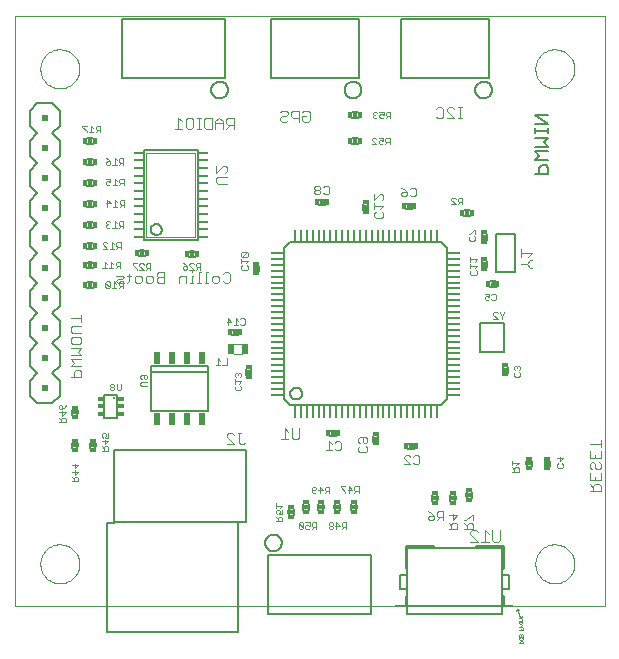
<source format=gbo>
G75*
G70*
%OFA0B0*%
%FSLAX24Y24*%
%IPPOS*%
%LPD*%
%AMOC8*
5,1,8,0,0,1.08239X$1,22.5*
%
%ADD10C,0.0000*%
%ADD11C,0.0030*%
%ADD12C,0.0040*%
%ADD13R,0.0197X0.0374*%
%ADD14C,0.0020*%
%ADD15C,0.0060*%
%ADD16C,0.0160*%
%ADD17R,0.0118X0.0236*%
%ADD18R,0.0160X0.0280*%
%ADD19R,0.0330X0.0080*%
%ADD20C,0.0080*%
%ADD21R,0.0433X0.0087*%
%ADD22R,0.0087X0.0433*%
%ADD23R,0.0236X0.0118*%
%ADD24R,0.0280X0.0160*%
%ADD25C,0.0050*%
%ADD26R,0.0200X0.0200*%
%ADD27C,0.0118*%
%ADD28R,0.0197X0.0118*%
%ADD29R,0.0193X0.0433*%
%ADD30C,0.0031*%
%ADD31C,0.0100*%
%ADD32C,0.0010*%
D10*
X000550Y002890D02*
X000550Y022560D01*
X020220Y022560D01*
X020220Y002890D01*
X000550Y002890D01*
X001400Y004290D02*
X001402Y004340D01*
X001408Y004390D01*
X001418Y004440D01*
X001431Y004488D01*
X001448Y004536D01*
X001469Y004582D01*
X001493Y004626D01*
X001521Y004668D01*
X001552Y004708D01*
X001586Y004745D01*
X001623Y004780D01*
X001662Y004811D01*
X001703Y004840D01*
X001747Y004865D01*
X001793Y004887D01*
X001840Y004905D01*
X001888Y004919D01*
X001937Y004930D01*
X001987Y004937D01*
X002037Y004940D01*
X002088Y004939D01*
X002138Y004934D01*
X002188Y004925D01*
X002236Y004913D01*
X002284Y004896D01*
X002330Y004876D01*
X002375Y004853D01*
X002418Y004826D01*
X002458Y004796D01*
X002496Y004763D01*
X002531Y004727D01*
X002564Y004688D01*
X002593Y004647D01*
X002619Y004604D01*
X002642Y004559D01*
X002661Y004512D01*
X002676Y004464D01*
X002688Y004415D01*
X002696Y004365D01*
X002700Y004315D01*
X002700Y004265D01*
X002696Y004215D01*
X002688Y004165D01*
X002676Y004116D01*
X002661Y004068D01*
X002642Y004021D01*
X002619Y003976D01*
X002593Y003933D01*
X002564Y003892D01*
X002531Y003853D01*
X002496Y003817D01*
X002458Y003784D01*
X002418Y003754D01*
X002375Y003727D01*
X002330Y003704D01*
X002284Y003684D01*
X002236Y003667D01*
X002188Y003655D01*
X002138Y003646D01*
X002088Y003641D01*
X002037Y003640D01*
X001987Y003643D01*
X001937Y003650D01*
X001888Y003661D01*
X001840Y003675D01*
X001793Y003693D01*
X001747Y003715D01*
X001703Y003740D01*
X001662Y003769D01*
X001623Y003800D01*
X001586Y003835D01*
X001552Y003872D01*
X001521Y003912D01*
X001493Y003954D01*
X001469Y003998D01*
X001448Y004044D01*
X001431Y004092D01*
X001418Y004140D01*
X001408Y004190D01*
X001402Y004240D01*
X001400Y004290D01*
X001400Y020790D02*
X001402Y020840D01*
X001408Y020890D01*
X001418Y020940D01*
X001431Y020988D01*
X001448Y021036D01*
X001469Y021082D01*
X001493Y021126D01*
X001521Y021168D01*
X001552Y021208D01*
X001586Y021245D01*
X001623Y021280D01*
X001662Y021311D01*
X001703Y021340D01*
X001747Y021365D01*
X001793Y021387D01*
X001840Y021405D01*
X001888Y021419D01*
X001937Y021430D01*
X001987Y021437D01*
X002037Y021440D01*
X002088Y021439D01*
X002138Y021434D01*
X002188Y021425D01*
X002236Y021413D01*
X002284Y021396D01*
X002330Y021376D01*
X002375Y021353D01*
X002418Y021326D01*
X002458Y021296D01*
X002496Y021263D01*
X002531Y021227D01*
X002564Y021188D01*
X002593Y021147D01*
X002619Y021104D01*
X002642Y021059D01*
X002661Y021012D01*
X002676Y020964D01*
X002688Y020915D01*
X002696Y020865D01*
X002700Y020815D01*
X002700Y020765D01*
X002696Y020715D01*
X002688Y020665D01*
X002676Y020616D01*
X002661Y020568D01*
X002642Y020521D01*
X002619Y020476D01*
X002593Y020433D01*
X002564Y020392D01*
X002531Y020353D01*
X002496Y020317D01*
X002458Y020284D01*
X002418Y020254D01*
X002375Y020227D01*
X002330Y020204D01*
X002284Y020184D01*
X002236Y020167D01*
X002188Y020155D01*
X002138Y020146D01*
X002088Y020141D01*
X002037Y020140D01*
X001987Y020143D01*
X001937Y020150D01*
X001888Y020161D01*
X001840Y020175D01*
X001793Y020193D01*
X001747Y020215D01*
X001703Y020240D01*
X001662Y020269D01*
X001623Y020300D01*
X001586Y020335D01*
X001552Y020372D01*
X001521Y020412D01*
X001493Y020454D01*
X001469Y020498D01*
X001448Y020544D01*
X001431Y020592D01*
X001418Y020640D01*
X001408Y020690D01*
X001402Y020740D01*
X001400Y020790D01*
X017900Y020790D02*
X017902Y020840D01*
X017908Y020890D01*
X017918Y020940D01*
X017931Y020988D01*
X017948Y021036D01*
X017969Y021082D01*
X017993Y021126D01*
X018021Y021168D01*
X018052Y021208D01*
X018086Y021245D01*
X018123Y021280D01*
X018162Y021311D01*
X018203Y021340D01*
X018247Y021365D01*
X018293Y021387D01*
X018340Y021405D01*
X018388Y021419D01*
X018437Y021430D01*
X018487Y021437D01*
X018537Y021440D01*
X018588Y021439D01*
X018638Y021434D01*
X018688Y021425D01*
X018736Y021413D01*
X018784Y021396D01*
X018830Y021376D01*
X018875Y021353D01*
X018918Y021326D01*
X018958Y021296D01*
X018996Y021263D01*
X019031Y021227D01*
X019064Y021188D01*
X019093Y021147D01*
X019119Y021104D01*
X019142Y021059D01*
X019161Y021012D01*
X019176Y020964D01*
X019188Y020915D01*
X019196Y020865D01*
X019200Y020815D01*
X019200Y020765D01*
X019196Y020715D01*
X019188Y020665D01*
X019176Y020616D01*
X019161Y020568D01*
X019142Y020521D01*
X019119Y020476D01*
X019093Y020433D01*
X019064Y020392D01*
X019031Y020353D01*
X018996Y020317D01*
X018958Y020284D01*
X018918Y020254D01*
X018875Y020227D01*
X018830Y020204D01*
X018784Y020184D01*
X018736Y020167D01*
X018688Y020155D01*
X018638Y020146D01*
X018588Y020141D01*
X018537Y020140D01*
X018487Y020143D01*
X018437Y020150D01*
X018388Y020161D01*
X018340Y020175D01*
X018293Y020193D01*
X018247Y020215D01*
X018203Y020240D01*
X018162Y020269D01*
X018123Y020300D01*
X018086Y020335D01*
X018052Y020372D01*
X018021Y020412D01*
X017993Y020454D01*
X017969Y020498D01*
X017948Y020544D01*
X017931Y020592D01*
X017918Y020640D01*
X017908Y020690D01*
X017902Y020740D01*
X017900Y020790D01*
X017900Y004290D02*
X017902Y004340D01*
X017908Y004390D01*
X017918Y004440D01*
X017931Y004488D01*
X017948Y004536D01*
X017969Y004582D01*
X017993Y004626D01*
X018021Y004668D01*
X018052Y004708D01*
X018086Y004745D01*
X018123Y004780D01*
X018162Y004811D01*
X018203Y004840D01*
X018247Y004865D01*
X018293Y004887D01*
X018340Y004905D01*
X018388Y004919D01*
X018437Y004930D01*
X018487Y004937D01*
X018537Y004940D01*
X018588Y004939D01*
X018638Y004934D01*
X018688Y004925D01*
X018736Y004913D01*
X018784Y004896D01*
X018830Y004876D01*
X018875Y004853D01*
X018918Y004826D01*
X018958Y004796D01*
X018996Y004763D01*
X019031Y004727D01*
X019064Y004688D01*
X019093Y004647D01*
X019119Y004604D01*
X019142Y004559D01*
X019161Y004512D01*
X019176Y004464D01*
X019188Y004415D01*
X019196Y004365D01*
X019200Y004315D01*
X019200Y004265D01*
X019196Y004215D01*
X019188Y004165D01*
X019176Y004116D01*
X019161Y004068D01*
X019142Y004021D01*
X019119Y003976D01*
X019093Y003933D01*
X019064Y003892D01*
X019031Y003853D01*
X018996Y003817D01*
X018958Y003784D01*
X018918Y003754D01*
X018875Y003727D01*
X018830Y003704D01*
X018784Y003684D01*
X018736Y003667D01*
X018688Y003655D01*
X018638Y003646D01*
X018588Y003641D01*
X018537Y003640D01*
X018487Y003643D01*
X018437Y003650D01*
X018388Y003661D01*
X018340Y003675D01*
X018293Y003693D01*
X018247Y003715D01*
X018203Y003740D01*
X018162Y003769D01*
X018123Y003800D01*
X018086Y003835D01*
X018052Y003872D01*
X018021Y003912D01*
X017993Y003954D01*
X017969Y003998D01*
X017948Y004044D01*
X017931Y004092D01*
X017918Y004140D01*
X017908Y004190D01*
X017902Y004240D01*
X017900Y004290D01*
D11*
X016715Y005097D02*
X016715Y005405D01*
X016468Y005405D02*
X016468Y005097D01*
X016530Y005035D01*
X016653Y005035D01*
X016715Y005097D01*
X016347Y005035D02*
X016100Y005035D01*
X015978Y005035D02*
X015731Y005282D01*
X015731Y005344D01*
X015793Y005405D01*
X015917Y005405D01*
X015978Y005344D01*
X015830Y005446D02*
X015830Y005591D01*
X015782Y005639D01*
X015685Y005639D01*
X015637Y005591D01*
X015637Y005446D01*
X015637Y005542D02*
X015540Y005639D01*
X015540Y005740D02*
X015588Y005740D01*
X015782Y005934D01*
X015830Y005934D01*
X015830Y005740D01*
X015830Y005446D02*
X015540Y005446D01*
X015300Y005466D02*
X015300Y005611D01*
X015252Y005659D01*
X015155Y005659D01*
X015107Y005611D01*
X015107Y005466D01*
X015107Y005562D02*
X015010Y005659D01*
X015155Y005760D02*
X015155Y005954D01*
X015010Y005905D02*
X015300Y005905D01*
X015155Y005760D01*
X015010Y005466D02*
X015300Y005466D01*
X014814Y005750D02*
X014814Y006040D01*
X014669Y006040D01*
X014621Y005992D01*
X014621Y005895D01*
X014669Y005847D01*
X014814Y005847D01*
X014718Y005847D02*
X014621Y005750D01*
X014520Y005798D02*
X014471Y005750D01*
X014375Y005750D01*
X014326Y005798D01*
X014326Y005847D01*
X014375Y005895D01*
X014520Y005895D01*
X014520Y005798D01*
X014520Y005895D02*
X014423Y005992D01*
X014326Y006040D01*
X015731Y005035D02*
X015978Y005035D01*
X016223Y005035D02*
X016223Y005405D01*
X016347Y005282D01*
X014025Y007663D02*
X013977Y007615D01*
X013880Y007615D01*
X013832Y007663D01*
X013730Y007615D02*
X013537Y007808D01*
X013537Y007857D01*
X013585Y007905D01*
X013682Y007905D01*
X013730Y007857D01*
X013832Y007857D02*
X013880Y007905D01*
X013977Y007905D01*
X014025Y007857D01*
X014025Y007663D01*
X013730Y007615D02*
X013537Y007615D01*
X012295Y008069D02*
X012247Y008021D01*
X012053Y008021D01*
X012005Y008069D01*
X012005Y008166D01*
X012053Y008214D01*
X012053Y008315D02*
X012005Y008364D01*
X012005Y008460D01*
X012053Y008509D01*
X012247Y008509D01*
X012295Y008460D01*
X012295Y008364D01*
X012247Y008315D01*
X012198Y008315D01*
X012150Y008364D01*
X012150Y008509D01*
X012247Y008214D02*
X012295Y008166D01*
X012295Y008069D01*
X011415Y008128D02*
X011367Y008080D01*
X011270Y008080D01*
X011222Y008128D01*
X011120Y008080D02*
X010927Y008080D01*
X011024Y008080D02*
X011024Y008370D01*
X011120Y008273D01*
X011222Y008322D02*
X011270Y008370D01*
X011367Y008370D01*
X011415Y008322D01*
X011415Y008128D01*
X010036Y008500D02*
X009974Y008439D01*
X009851Y008439D01*
X009789Y008500D01*
X009789Y008809D01*
X009668Y008686D02*
X009544Y008809D01*
X009544Y008439D01*
X009421Y008439D02*
X009668Y008439D01*
X010036Y008500D02*
X010036Y008809D01*
X008223Y008332D02*
X008161Y008270D01*
X008099Y008270D01*
X008038Y008332D01*
X008038Y008640D01*
X008099Y008640D02*
X007976Y008640D01*
X007855Y008579D02*
X007793Y008640D01*
X007669Y008640D01*
X007608Y008579D01*
X007608Y008517D01*
X007855Y008270D01*
X007608Y008270D01*
X007550Y013655D02*
X007488Y013717D01*
X007550Y013655D02*
X007673Y013655D01*
X007735Y013717D01*
X007735Y013964D01*
X007673Y014025D01*
X007550Y014025D01*
X007488Y013964D01*
X007367Y013840D02*
X007367Y013717D01*
X007305Y013655D01*
X007182Y013655D01*
X007120Y013717D01*
X007120Y013840D01*
X007182Y013902D01*
X007305Y013902D01*
X007367Y013840D01*
X006998Y013655D02*
X006875Y013655D01*
X006937Y013655D02*
X006937Y014025D01*
X006998Y014025D01*
X006753Y014025D02*
X006691Y014025D01*
X006691Y013655D01*
X006753Y013655D02*
X006629Y013655D01*
X006507Y013655D02*
X006384Y013655D01*
X006446Y013655D02*
X006446Y013902D01*
X006507Y013902D01*
X006446Y014025D02*
X006446Y014087D01*
X006262Y013902D02*
X006077Y013902D01*
X006015Y013840D01*
X006015Y013655D01*
X006262Y013655D02*
X006262Y013902D01*
X005525Y013840D02*
X005340Y013840D01*
X005278Y013778D01*
X005278Y013717D01*
X005340Y013655D01*
X005525Y013655D01*
X005525Y014025D01*
X005340Y014025D01*
X005278Y013964D01*
X005278Y013902D01*
X005340Y013840D01*
X005157Y013840D02*
X005157Y013717D01*
X005095Y013655D01*
X004972Y013655D01*
X004910Y013717D01*
X004910Y013840D01*
X004972Y013902D01*
X005095Y013902D01*
X005157Y013840D01*
X004788Y013840D02*
X004788Y013717D01*
X004727Y013655D01*
X004603Y013655D01*
X004542Y013717D01*
X004542Y013840D01*
X004603Y013902D01*
X004727Y013902D01*
X004788Y013840D01*
X004420Y013902D02*
X004297Y013902D01*
X004358Y013964D02*
X004358Y013717D01*
X004297Y013655D01*
X004175Y013655D02*
X003989Y013655D01*
X003928Y013717D01*
X003989Y013778D01*
X004113Y013778D01*
X004175Y013840D01*
X004113Y013902D01*
X003928Y013902D01*
X005882Y018798D02*
X006128Y018798D01*
X006005Y018798D02*
X006005Y019168D01*
X006128Y019045D01*
X006250Y019107D02*
X006250Y018860D01*
X006312Y018798D01*
X006435Y018798D01*
X006497Y018860D01*
X006497Y019107D01*
X006435Y019168D01*
X006312Y019168D01*
X006250Y019107D01*
X006619Y019168D02*
X006742Y019168D01*
X006681Y019168D02*
X006681Y018798D01*
X006742Y018798D02*
X006619Y018798D01*
X006864Y018860D02*
X006864Y019107D01*
X006925Y019168D01*
X007111Y019168D01*
X007111Y018798D01*
X006925Y018798D01*
X006864Y018860D01*
X007232Y018798D02*
X007232Y019045D01*
X007356Y019168D01*
X007479Y019045D01*
X007479Y018798D01*
X007600Y018798D02*
X007724Y018922D01*
X007662Y018922D02*
X007847Y018922D01*
X007847Y018798D02*
X007847Y019168D01*
X007662Y019168D01*
X007600Y019107D01*
X007600Y018983D01*
X007662Y018922D01*
X007479Y018983D02*
X007232Y018983D01*
X009404Y019090D02*
X009465Y019028D01*
X009589Y019028D01*
X009651Y019090D01*
X009589Y019213D02*
X009465Y019213D01*
X009404Y019152D01*
X009404Y019090D01*
X009589Y019213D02*
X009651Y019275D01*
X009651Y019337D01*
X009589Y019398D01*
X009465Y019398D01*
X009404Y019337D01*
X009772Y019337D02*
X009772Y019213D01*
X009834Y019152D01*
X010019Y019152D01*
X010019Y019028D02*
X010019Y019398D01*
X009834Y019398D01*
X009772Y019337D01*
X010140Y019337D02*
X010202Y019398D01*
X010326Y019398D01*
X010387Y019337D01*
X010387Y019090D01*
X010326Y019028D01*
X010202Y019028D01*
X010140Y019090D01*
X010140Y019213D01*
X010264Y019213D01*
X010585Y016900D02*
X010537Y016852D01*
X010537Y016803D01*
X010585Y016755D01*
X010682Y016755D01*
X010730Y016803D01*
X010730Y016852D01*
X010682Y016900D01*
X010585Y016900D01*
X010585Y016755D02*
X010537Y016707D01*
X010537Y016658D01*
X010585Y016610D01*
X010682Y016610D01*
X010730Y016658D01*
X010730Y016707D01*
X010682Y016755D01*
X010832Y016658D02*
X010880Y016610D01*
X010977Y016610D01*
X011025Y016658D01*
X011025Y016852D01*
X010977Y016900D01*
X010880Y016900D01*
X010832Y016852D01*
X012540Y016608D02*
X012540Y016414D01*
X012733Y016608D01*
X012782Y016608D01*
X012830Y016559D01*
X012830Y016463D01*
X012782Y016414D01*
X012830Y016216D02*
X012540Y016216D01*
X012540Y016120D02*
X012540Y016313D01*
X012733Y016120D02*
X012830Y016216D01*
X012782Y016018D02*
X012830Y015970D01*
X012830Y015873D01*
X012782Y015825D01*
X012588Y015825D01*
X012540Y015873D01*
X012540Y015970D01*
X012588Y016018D01*
X013427Y016588D02*
X013475Y016540D01*
X013572Y016540D01*
X013620Y016588D01*
X013620Y016685D01*
X013475Y016685D01*
X013427Y016637D01*
X013427Y016588D01*
X013524Y016782D02*
X013620Y016685D01*
X013524Y016782D02*
X013427Y016830D01*
X013722Y016782D02*
X013770Y016830D01*
X013867Y016830D01*
X013915Y016782D01*
X013915Y016588D01*
X013867Y016540D01*
X013770Y016540D01*
X013722Y016588D01*
X014648Y019138D02*
X014587Y019200D01*
X014648Y019138D02*
X014772Y019138D01*
X014833Y019200D01*
X014833Y019447D01*
X014772Y019508D01*
X014648Y019508D01*
X014587Y019447D01*
X014955Y019447D02*
X015017Y019508D01*
X015140Y019508D01*
X015202Y019447D01*
X015324Y019508D02*
X015447Y019508D01*
X015386Y019508D02*
X015386Y019138D01*
X015447Y019138D02*
X015324Y019138D01*
X015202Y019138D02*
X014955Y019385D01*
X014955Y019447D01*
X014955Y019138D02*
X015202Y019138D01*
X017426Y014780D02*
X017426Y014533D01*
X017426Y014657D02*
X017796Y014657D01*
X017673Y014533D01*
X017735Y014412D02*
X017796Y014412D01*
X017735Y014412D02*
X017611Y014289D01*
X017426Y014289D01*
X017611Y014289D02*
X017735Y014165D01*
X017796Y014165D01*
X020085Y008425D02*
X020085Y008178D01*
X020085Y008057D02*
X020085Y007810D01*
X019715Y007810D01*
X019715Y008057D01*
X019900Y007933D02*
X019900Y007810D01*
X019838Y007689D02*
X019777Y007689D01*
X019715Y007627D01*
X019715Y007503D01*
X019777Y007442D01*
X019715Y007320D02*
X019715Y007073D01*
X020085Y007073D01*
X020085Y007320D01*
X020024Y007442D02*
X019962Y007442D01*
X019900Y007503D01*
X019900Y007627D01*
X019838Y007689D01*
X020024Y007689D02*
X020085Y007627D01*
X020085Y007503D01*
X020024Y007442D01*
X019900Y007197D02*
X019900Y007073D01*
X019900Y006952D02*
X019838Y006890D01*
X019838Y006705D01*
X019715Y006705D02*
X020085Y006705D01*
X020085Y006890D01*
X020024Y006952D01*
X019900Y006952D01*
X019838Y006828D02*
X019715Y006952D01*
X019715Y008302D02*
X020085Y008302D01*
D12*
X008140Y011275D02*
X007860Y011275D01*
X007860Y011610D02*
X008140Y011610D01*
X007622Y016960D02*
X007322Y016960D01*
X007262Y017020D01*
X007262Y017140D01*
X007322Y017200D01*
X007622Y017200D01*
X007562Y017328D02*
X007622Y017388D01*
X007622Y017508D01*
X007562Y017569D01*
X007502Y017569D01*
X007262Y017328D01*
X007262Y017569D01*
X002770Y012592D02*
X002770Y012352D01*
X002770Y012472D02*
X002410Y012472D01*
X002470Y012223D02*
X002410Y012163D01*
X002410Y012043D01*
X002470Y011983D01*
X002770Y011983D01*
X002710Y011855D02*
X002770Y011795D01*
X002770Y011675D01*
X002710Y011615D01*
X002470Y011615D01*
X002410Y011675D01*
X002410Y011795D01*
X002470Y011855D01*
X002710Y011855D01*
X002770Y012223D02*
X002470Y012223D01*
X002410Y011487D02*
X002770Y011487D01*
X002650Y011367D01*
X002770Y011247D01*
X002410Y011247D01*
X002410Y011119D02*
X002770Y011119D01*
X002770Y010878D02*
X002410Y010878D01*
X002530Y010998D01*
X002410Y011119D01*
X002590Y010750D02*
X002530Y010690D01*
X002530Y010510D01*
X002410Y010510D02*
X002770Y010510D01*
X002770Y010690D01*
X002710Y010750D01*
X002590Y010750D01*
D13*
X007772Y011442D03*
X008232Y011442D03*
D14*
X007620Y011140D02*
X007620Y010920D01*
X007473Y010920D01*
X007399Y010920D02*
X007252Y010920D01*
X007326Y010920D02*
X007326Y011140D01*
X007399Y011067D01*
X007885Y010629D02*
X007885Y010556D01*
X007922Y010519D01*
X007885Y010445D02*
X007885Y010298D01*
X007885Y010371D02*
X008105Y010371D01*
X008032Y010298D01*
X008068Y010224D02*
X008105Y010187D01*
X008105Y010114D01*
X008068Y010077D01*
X007922Y010077D01*
X007885Y010114D01*
X007885Y010187D01*
X007922Y010224D01*
X008068Y010519D02*
X008105Y010556D01*
X008105Y010629D01*
X008068Y010666D01*
X008032Y010666D01*
X007995Y010629D01*
X007958Y010666D01*
X007922Y010666D01*
X007885Y010629D01*
X007995Y010629D02*
X007995Y010592D01*
X007989Y012255D02*
X007842Y012255D01*
X007916Y012255D02*
X007916Y012475D01*
X007989Y012402D01*
X008063Y012438D02*
X008100Y012475D01*
X008173Y012475D01*
X008210Y012438D01*
X008210Y012292D01*
X008173Y012255D01*
X008100Y012255D01*
X008063Y012292D01*
X007768Y012365D02*
X007621Y012365D01*
X007658Y012255D02*
X007658Y012475D01*
X007768Y012365D01*
X008132Y014090D02*
X008095Y014127D01*
X008095Y014200D01*
X008132Y014237D01*
X008095Y014311D02*
X008095Y014458D01*
X008095Y014384D02*
X008315Y014384D01*
X008242Y014311D01*
X008278Y014237D02*
X008315Y014200D01*
X008315Y014127D01*
X008278Y014090D01*
X008132Y014090D01*
X008132Y014532D02*
X008278Y014679D01*
X008132Y014679D01*
X008095Y014642D01*
X008095Y014569D01*
X008132Y014532D01*
X008278Y014532D01*
X008315Y014569D01*
X008315Y014642D01*
X008278Y014679D01*
X006740Y014320D02*
X006740Y014100D01*
X006740Y014173D02*
X006630Y014173D01*
X006593Y014210D01*
X006593Y014283D01*
X006630Y014320D01*
X006740Y014320D01*
X006667Y014173D02*
X006593Y014100D01*
X006519Y014100D02*
X006372Y014247D01*
X006372Y014283D01*
X006409Y014320D01*
X006482Y014320D01*
X006519Y014283D01*
X006519Y014100D02*
X006372Y014100D01*
X006298Y014137D02*
X006261Y014100D01*
X006188Y014100D01*
X006151Y014137D01*
X006151Y014173D01*
X006188Y014210D01*
X006298Y014210D01*
X006298Y014137D01*
X006298Y014210D02*
X006225Y014283D01*
X006151Y014320D01*
X006559Y015178D02*
X004941Y015178D01*
X004941Y018002D01*
X006559Y018002D01*
X006559Y015178D01*
X005070Y014305D02*
X005070Y014085D01*
X005070Y014158D02*
X004960Y014158D01*
X004923Y014195D01*
X004923Y014268D01*
X004960Y014305D01*
X005070Y014305D01*
X004997Y014158D02*
X004923Y014085D01*
X004849Y014085D02*
X004702Y014232D01*
X004702Y014268D01*
X004739Y014305D01*
X004812Y014305D01*
X004849Y014268D01*
X004849Y014085D02*
X004702Y014085D01*
X004628Y014085D02*
X004628Y014122D01*
X004481Y014268D01*
X004481Y014305D01*
X004628Y014305D01*
X004060Y014365D02*
X004060Y014145D01*
X004060Y014218D02*
X003950Y014218D01*
X003913Y014255D01*
X003913Y014328D01*
X003950Y014365D01*
X004060Y014365D01*
X003987Y014218D02*
X003913Y014145D01*
X003839Y014145D02*
X003692Y014145D01*
X003766Y014145D02*
X003766Y014365D01*
X003839Y014292D01*
X003618Y014292D02*
X003545Y014365D01*
X003545Y014145D01*
X003618Y014145D02*
X003471Y014145D01*
X003608Y013705D02*
X003571Y013668D01*
X003718Y013522D01*
X003681Y013485D01*
X003608Y013485D01*
X003571Y013522D01*
X003571Y013668D01*
X003608Y013705D02*
X003681Y013705D01*
X003718Y013668D01*
X003718Y013522D01*
X003792Y013485D02*
X003939Y013485D01*
X003866Y013485D02*
X003866Y013705D01*
X003939Y013632D01*
X004013Y013668D02*
X004013Y013595D01*
X004050Y013558D01*
X004160Y013558D01*
X004160Y013485D02*
X004160Y013705D01*
X004050Y013705D01*
X004013Y013668D01*
X004087Y013558D02*
X004013Y013485D01*
X004080Y014795D02*
X004080Y015015D01*
X003970Y015015D01*
X003933Y014978D01*
X003933Y014905D01*
X003970Y014868D01*
X004080Y014868D01*
X004007Y014868D02*
X003933Y014795D01*
X003859Y014795D02*
X003712Y014795D01*
X003786Y014795D02*
X003786Y015015D01*
X003859Y014942D01*
X003638Y014978D02*
X003601Y015015D01*
X003528Y015015D01*
X003491Y014978D01*
X003491Y014942D01*
X003638Y014795D01*
X003491Y014795D01*
X003618Y015495D02*
X003691Y015495D01*
X003728Y015532D01*
X003802Y015495D02*
X003949Y015495D01*
X003876Y015495D02*
X003876Y015715D01*
X003949Y015642D01*
X004023Y015678D02*
X004023Y015605D01*
X004060Y015568D01*
X004170Y015568D01*
X004170Y015495D02*
X004170Y015715D01*
X004060Y015715D01*
X004023Y015678D01*
X004097Y015568D02*
X004023Y015495D01*
X003728Y015678D02*
X003691Y015715D01*
X003618Y015715D01*
X003581Y015678D01*
X003581Y015642D01*
X003618Y015605D01*
X003581Y015568D01*
X003581Y015532D01*
X003618Y015495D01*
X003618Y015605D02*
X003655Y015605D01*
X003638Y016195D02*
X003638Y016415D01*
X003748Y016305D01*
X003601Y016305D01*
X003822Y016195D02*
X003969Y016195D01*
X003896Y016195D02*
X003896Y016415D01*
X003969Y016342D01*
X004043Y016378D02*
X004043Y016305D01*
X004080Y016268D01*
X004190Y016268D01*
X004190Y016195D02*
X004190Y016415D01*
X004080Y016415D01*
X004043Y016378D01*
X004117Y016268D02*
X004043Y016195D01*
X004033Y016915D02*
X004107Y016988D01*
X004070Y016988D02*
X004180Y016988D01*
X004180Y016915D02*
X004180Y017135D01*
X004070Y017135D01*
X004033Y017098D01*
X004033Y017025D01*
X004070Y016988D01*
X003959Y016915D02*
X003812Y016915D01*
X003886Y016915D02*
X003886Y017135D01*
X003959Y017062D01*
X003738Y017025D02*
X003665Y017062D01*
X003628Y017062D01*
X003591Y017025D01*
X003591Y016952D01*
X003628Y016915D01*
X003701Y016915D01*
X003738Y016952D01*
X003738Y017025D02*
X003738Y017135D01*
X003591Y017135D01*
X003618Y017595D02*
X003581Y017632D01*
X003581Y017668D01*
X003618Y017705D01*
X003728Y017705D01*
X003728Y017632D01*
X003691Y017595D01*
X003618Y017595D01*
X003728Y017705D02*
X003655Y017778D01*
X003581Y017815D01*
X003876Y017815D02*
X003876Y017595D01*
X003949Y017595D02*
X003802Y017595D01*
X003949Y017742D02*
X003876Y017815D01*
X004023Y017778D02*
X004023Y017705D01*
X004060Y017668D01*
X004170Y017668D01*
X004170Y017595D02*
X004170Y017815D01*
X004060Y017815D01*
X004023Y017778D01*
X004097Y017668D02*
X004023Y017595D01*
X003390Y018675D02*
X003390Y018895D01*
X003280Y018895D01*
X003243Y018858D01*
X003243Y018785D01*
X003280Y018748D01*
X003390Y018748D01*
X003317Y018748D02*
X003243Y018675D01*
X003169Y018675D02*
X003022Y018675D01*
X003096Y018675D02*
X003096Y018895D01*
X003169Y018822D01*
X002948Y018895D02*
X002801Y018895D01*
X002801Y018858D01*
X002948Y018712D01*
X002948Y018675D01*
X004777Y010586D02*
X004923Y010586D01*
X004960Y010549D01*
X004960Y010476D01*
X004923Y010439D01*
X004887Y010439D01*
X004850Y010476D01*
X004850Y010586D01*
X004777Y010586D02*
X004740Y010549D01*
X004740Y010476D01*
X004777Y010439D01*
X004777Y010365D02*
X004960Y010365D01*
X004960Y010218D02*
X004777Y010218D01*
X004740Y010255D01*
X004740Y010328D01*
X004777Y010365D01*
X004093Y010301D02*
X004093Y010118D01*
X004056Y010081D01*
X003983Y010081D01*
X003946Y010118D01*
X003946Y010301D01*
X003872Y010264D02*
X003872Y010228D01*
X003835Y010191D01*
X003762Y010191D01*
X003725Y010154D01*
X003725Y010118D01*
X003762Y010081D01*
X003835Y010081D01*
X003872Y010118D01*
X003872Y010154D01*
X003835Y010191D01*
X003762Y010191D02*
X003725Y010228D01*
X003725Y010264D01*
X003762Y010301D01*
X003835Y010301D01*
X003872Y010264D01*
X003665Y008649D02*
X003665Y008502D01*
X003555Y008502D01*
X003592Y008575D01*
X003592Y008612D01*
X003555Y008649D01*
X003482Y008649D01*
X003445Y008612D01*
X003445Y008539D01*
X003482Y008502D01*
X003555Y008428D02*
X003555Y008281D01*
X003665Y008391D01*
X003445Y008391D01*
X003445Y008207D02*
X003518Y008133D01*
X003518Y008170D02*
X003518Y008060D01*
X003445Y008060D02*
X003665Y008060D01*
X003665Y008170D01*
X003628Y008207D01*
X003555Y008207D01*
X003518Y008170D01*
X002665Y007589D02*
X002555Y007479D01*
X002555Y007626D01*
X002445Y007589D02*
X002665Y007589D01*
X002555Y007405D02*
X002555Y007258D01*
X002665Y007368D01*
X002445Y007368D01*
X002445Y007184D02*
X002518Y007110D01*
X002518Y007147D02*
X002518Y007037D01*
X002445Y007037D02*
X002665Y007037D01*
X002665Y007147D01*
X002628Y007184D01*
X002555Y007184D01*
X002518Y007147D01*
X002245Y009010D02*
X002025Y009010D01*
X002098Y009010D02*
X002098Y009120D01*
X002135Y009157D01*
X002208Y009157D01*
X002245Y009120D01*
X002245Y009010D01*
X002098Y009083D02*
X002025Y009157D01*
X002135Y009231D02*
X002135Y009378D01*
X002135Y009452D02*
X002135Y009562D01*
X002098Y009599D01*
X002062Y009599D01*
X002025Y009562D01*
X002025Y009489D01*
X002062Y009452D01*
X002135Y009452D01*
X002208Y009525D01*
X002245Y009599D01*
X002245Y009341D02*
X002025Y009341D01*
X002135Y009231D02*
X002245Y009341D01*
X009245Y006309D02*
X009245Y006162D01*
X009245Y006235D02*
X009465Y006235D01*
X009392Y006162D01*
X009355Y006088D02*
X009282Y006088D01*
X009245Y006051D01*
X009245Y005978D01*
X009282Y005941D01*
X009355Y005941D02*
X009392Y006014D01*
X009392Y006051D01*
X009355Y006088D01*
X009465Y006088D02*
X009465Y005941D01*
X009355Y005941D01*
X009355Y005867D02*
X009318Y005830D01*
X009318Y005720D01*
X009245Y005720D02*
X009465Y005720D01*
X009465Y005830D01*
X009428Y005867D01*
X009355Y005867D01*
X009318Y005793D02*
X009245Y005867D01*
X010011Y005638D02*
X010158Y005492D01*
X010121Y005455D01*
X010048Y005455D01*
X010011Y005492D01*
X010011Y005638D01*
X010048Y005675D01*
X010121Y005675D01*
X010158Y005638D01*
X010158Y005492D01*
X010232Y005492D02*
X010269Y005455D01*
X010342Y005455D01*
X010379Y005492D01*
X010379Y005565D02*
X010306Y005602D01*
X010269Y005602D01*
X010232Y005565D01*
X010232Y005492D01*
X010379Y005565D02*
X010379Y005675D01*
X010232Y005675D01*
X010453Y005638D02*
X010453Y005565D01*
X010490Y005528D01*
X010600Y005528D01*
X010600Y005455D02*
X010600Y005675D01*
X010490Y005675D01*
X010453Y005638D01*
X010527Y005528D02*
X010453Y005455D01*
X011011Y005492D02*
X011048Y005455D01*
X011121Y005455D01*
X011158Y005492D01*
X011158Y005528D01*
X011121Y005565D01*
X011048Y005565D01*
X011011Y005528D01*
X011011Y005492D01*
X011048Y005565D02*
X011011Y005602D01*
X011011Y005638D01*
X011048Y005675D01*
X011121Y005675D01*
X011158Y005638D01*
X011158Y005602D01*
X011121Y005565D01*
X011232Y005565D02*
X011379Y005565D01*
X011269Y005675D01*
X011269Y005455D01*
X011453Y005455D02*
X011527Y005528D01*
X011490Y005528D02*
X011600Y005528D01*
X011600Y005455D02*
X011600Y005675D01*
X011490Y005675D01*
X011453Y005638D01*
X011453Y005565D01*
X011490Y005528D01*
X011568Y006655D02*
X011568Y006692D01*
X011421Y006838D01*
X011421Y006875D01*
X011568Y006875D01*
X011679Y006875D02*
X011789Y006765D01*
X011642Y006765D01*
X011679Y006655D02*
X011679Y006875D01*
X011863Y006838D02*
X011863Y006765D01*
X011900Y006728D01*
X012010Y006728D01*
X012010Y006655D02*
X012010Y006875D01*
X011900Y006875D01*
X011863Y006838D01*
X011937Y006728D02*
X011863Y006655D01*
X011040Y006645D02*
X011040Y006865D01*
X010930Y006865D01*
X010893Y006828D01*
X010893Y006755D01*
X010930Y006718D01*
X011040Y006718D01*
X010967Y006718D02*
X010893Y006645D01*
X010819Y006755D02*
X010709Y006865D01*
X010709Y006645D01*
X010672Y006755D02*
X010819Y006755D01*
X010598Y006792D02*
X010598Y006828D01*
X010561Y006865D01*
X010488Y006865D01*
X010451Y006828D01*
X010451Y006682D01*
X010488Y006645D01*
X010561Y006645D01*
X010598Y006682D01*
X010561Y006755D02*
X010451Y006755D01*
X010561Y006755D02*
X010598Y006792D01*
X016502Y012455D02*
X016649Y012455D01*
X016502Y012602D01*
X016502Y012638D01*
X016539Y012675D01*
X016612Y012675D01*
X016649Y012638D01*
X016723Y012638D02*
X016723Y012675D01*
X016723Y012638D02*
X016797Y012565D01*
X016797Y012455D01*
X016797Y012565D02*
X016870Y012638D01*
X016870Y012675D01*
X016545Y013075D02*
X016472Y013075D01*
X016435Y013112D01*
X016361Y013112D02*
X016324Y013075D01*
X016251Y013075D01*
X016214Y013112D01*
X016214Y013185D01*
X016251Y013222D01*
X016288Y013222D01*
X016361Y013185D01*
X016361Y013295D01*
X016214Y013295D01*
X016435Y013258D02*
X016472Y013295D01*
X016545Y013295D01*
X016582Y013258D01*
X016582Y013112D01*
X016545Y013075D01*
X015918Y013927D02*
X015772Y013927D01*
X015735Y013964D01*
X015735Y014037D01*
X015772Y014074D01*
X015735Y014148D02*
X015735Y014295D01*
X015735Y014221D02*
X015955Y014221D01*
X015882Y014148D01*
X015918Y014074D02*
X015955Y014037D01*
X015955Y013964D01*
X015918Y013927D01*
X015882Y014369D02*
X015955Y014442D01*
X015735Y014442D01*
X015735Y014369D02*
X015735Y014516D01*
X015722Y015068D02*
X015685Y015105D01*
X015685Y015178D01*
X015722Y015215D01*
X015722Y015289D02*
X015685Y015289D01*
X015722Y015289D02*
X015868Y015436D01*
X015905Y015436D01*
X015905Y015289D01*
X015868Y015215D02*
X015905Y015178D01*
X015905Y015105D01*
X015868Y015068D01*
X015722Y015068D01*
X015470Y016275D02*
X015470Y016495D01*
X015360Y016495D01*
X015323Y016458D01*
X015323Y016385D01*
X015360Y016348D01*
X015470Y016348D01*
X015397Y016348D02*
X015323Y016275D01*
X015249Y016275D02*
X015102Y016422D01*
X015102Y016458D01*
X015139Y016495D01*
X015212Y016495D01*
X015249Y016458D01*
X015249Y016275D02*
X015102Y016275D01*
X013043Y018275D02*
X013043Y018495D01*
X012933Y018495D01*
X012896Y018458D01*
X012896Y018385D01*
X012933Y018348D01*
X013043Y018348D01*
X012970Y018348D02*
X012896Y018275D01*
X012822Y018312D02*
X012785Y018275D01*
X012712Y018275D01*
X012675Y018312D01*
X012675Y018385D01*
X012712Y018422D01*
X012749Y018422D01*
X012822Y018385D01*
X012822Y018495D01*
X012675Y018495D01*
X012601Y018458D02*
X012564Y018495D01*
X012491Y018495D01*
X012454Y018458D01*
X012454Y018422D01*
X012601Y018275D01*
X012454Y018275D01*
X012521Y019145D02*
X012594Y019145D01*
X012631Y019182D01*
X012705Y019182D02*
X012742Y019145D01*
X012815Y019145D01*
X012852Y019182D01*
X012852Y019255D02*
X012779Y019292D01*
X012742Y019292D01*
X012705Y019255D01*
X012705Y019182D01*
X012631Y019328D02*
X012594Y019365D01*
X012521Y019365D01*
X012484Y019328D01*
X012484Y019292D01*
X012521Y019255D01*
X012484Y019218D01*
X012484Y019182D01*
X012521Y019145D01*
X012521Y019255D02*
X012558Y019255D01*
X012705Y019365D02*
X012852Y019365D01*
X012852Y019255D01*
X012926Y019255D02*
X012926Y019328D01*
X012963Y019365D01*
X013073Y019365D01*
X013073Y019145D01*
X013073Y019218D02*
X012963Y019218D01*
X012926Y019255D01*
X013000Y019218D02*
X012926Y019145D01*
X017212Y010903D02*
X017175Y010866D01*
X017175Y010793D01*
X017212Y010756D01*
X017212Y010682D02*
X017175Y010645D01*
X017175Y010572D01*
X017212Y010535D01*
X017358Y010535D01*
X017395Y010572D01*
X017395Y010645D01*
X017358Y010682D01*
X017358Y010756D02*
X017395Y010793D01*
X017395Y010866D01*
X017358Y010903D01*
X017322Y010903D01*
X017285Y010866D01*
X017248Y010903D01*
X017212Y010903D01*
X017285Y010866D02*
X017285Y010829D01*
X017125Y007726D02*
X017125Y007579D01*
X017125Y007652D02*
X017345Y007652D01*
X017272Y007579D01*
X017308Y007505D02*
X017235Y007505D01*
X017198Y007468D01*
X017198Y007358D01*
X017125Y007358D02*
X017345Y007358D01*
X017345Y007468D01*
X017308Y007505D01*
X017198Y007431D02*
X017125Y007505D01*
X018615Y007527D02*
X018615Y007600D01*
X018652Y007637D01*
X018725Y007711D02*
X018725Y007858D01*
X018615Y007821D02*
X018835Y007821D01*
X018725Y007711D01*
X018798Y007637D02*
X018835Y007600D01*
X018835Y007527D01*
X018798Y007490D01*
X018652Y007490D01*
X018615Y007527D01*
D15*
X018388Y007544D02*
X018388Y007736D01*
X018212Y007736D02*
X018212Y007544D01*
X017788Y007544D02*
X017788Y007736D01*
X017612Y007736D02*
X017612Y007544D01*
X015788Y006686D02*
X015788Y006494D01*
X015612Y006494D02*
X015612Y006686D01*
X015238Y006586D02*
X015238Y006394D01*
X015062Y006394D02*
X015062Y006586D01*
X014638Y006586D02*
X014638Y006394D01*
X014462Y006394D02*
X014462Y006586D01*
X013846Y008127D02*
X013654Y008127D01*
X013654Y008303D02*
X013846Y008303D01*
X012663Y008369D02*
X012663Y008561D01*
X012487Y008561D02*
X012487Y008369D01*
X011246Y008552D02*
X011054Y008552D01*
X011054Y008728D02*
X011246Y008728D01*
X011212Y006286D02*
X011212Y006094D01*
X011388Y006094D02*
X011388Y006286D01*
X011762Y006286D02*
X011762Y006094D01*
X011938Y006094D02*
X011938Y006286D01*
X010838Y006286D02*
X010838Y006094D01*
X010662Y006094D02*
X010662Y006286D01*
X010348Y006286D02*
X010348Y006094D01*
X010172Y006094D02*
X010172Y006286D01*
X009858Y006116D02*
X009858Y005924D01*
X009682Y005924D02*
X009682Y006116D01*
X008438Y010594D02*
X008438Y010786D01*
X008262Y010786D02*
X008262Y010594D01*
X007996Y011922D02*
X007804Y011922D01*
X007804Y012098D02*
X007996Y012098D01*
X008512Y014044D02*
X008512Y014236D01*
X008688Y014236D02*
X008688Y014044D01*
X006546Y014527D02*
X006354Y014527D01*
X006354Y014703D02*
X006546Y014703D01*
X006649Y015088D02*
X004851Y015088D01*
X004851Y018092D01*
X006649Y018092D01*
X006649Y015088D01*
X005090Y015438D02*
X005092Y015464D01*
X005098Y015490D01*
X005107Y015514D01*
X005120Y015537D01*
X005136Y015558D01*
X005155Y015576D01*
X005176Y015592D01*
X005200Y015604D01*
X005224Y015612D01*
X005250Y015617D01*
X005277Y015618D01*
X005303Y015615D01*
X005328Y015608D01*
X005352Y015598D01*
X005375Y015584D01*
X005395Y015568D01*
X005412Y015548D01*
X005427Y015526D01*
X005438Y015502D01*
X005446Y015477D01*
X005450Y015451D01*
X005450Y015425D01*
X005446Y015399D01*
X005438Y015374D01*
X005427Y015350D01*
X005412Y015328D01*
X005395Y015308D01*
X005375Y015292D01*
X005352Y015278D01*
X005328Y015268D01*
X005303Y015261D01*
X005277Y015258D01*
X005250Y015259D01*
X005224Y015264D01*
X005200Y015272D01*
X005176Y015284D01*
X005155Y015300D01*
X005136Y015318D01*
X005120Y015339D01*
X005107Y015362D01*
X005098Y015386D01*
X005092Y015412D01*
X005090Y015438D01*
X004896Y014728D02*
X004704Y014728D01*
X004704Y014552D02*
X004896Y014552D01*
X003146Y014328D02*
X002954Y014328D01*
X002954Y014152D02*
X003146Y014152D01*
X003146Y013678D02*
X002954Y013678D01*
X002954Y013502D02*
X003146Y013502D01*
X003146Y014802D02*
X002954Y014802D01*
X002954Y014978D02*
X003146Y014978D01*
X003146Y015502D02*
X002954Y015502D01*
X002954Y015678D02*
X003146Y015678D01*
X003146Y016202D02*
X002954Y016202D01*
X002954Y016378D02*
X003146Y016378D01*
X003146Y016902D02*
X002954Y016902D01*
X002954Y017078D02*
X003146Y017078D01*
X003146Y017602D02*
X002954Y017602D01*
X002954Y017778D02*
X003146Y017778D01*
X003146Y018302D02*
X002954Y018302D01*
X002954Y018478D02*
X003146Y018478D01*
X010694Y016428D02*
X010886Y016428D01*
X010886Y016252D02*
X010694Y016252D01*
X012162Y016286D02*
X012162Y016094D01*
X012338Y016094D02*
X012338Y016286D01*
X013594Y016298D02*
X013786Y016298D01*
X013786Y016122D02*
X013594Y016122D01*
X015524Y016078D02*
X015716Y016078D01*
X015716Y015902D02*
X015524Y015902D01*
X016112Y015286D02*
X016112Y015094D01*
X016288Y015094D02*
X016288Y015286D01*
X016288Y014386D02*
X016288Y014194D01*
X016112Y014194D02*
X016112Y014386D01*
X016384Y013708D02*
X016576Y013708D01*
X016576Y013532D02*
X016384Y013532D01*
X016812Y010861D02*
X016812Y010669D01*
X016988Y010669D02*
X016988Y010861D01*
X011996Y018302D02*
X011804Y018302D01*
X011804Y018478D02*
X011996Y018478D01*
X011996Y019162D02*
X011804Y019162D01*
X011804Y019338D02*
X011996Y019338D01*
X002638Y009436D02*
X002638Y009244D01*
X002462Y009244D02*
X002462Y009436D01*
X002462Y008336D02*
X002462Y008144D01*
X002638Y008144D02*
X002638Y008336D01*
X003062Y008336D02*
X003062Y008144D01*
X003238Y008144D02*
X003238Y008336D01*
D16*
X007900Y011998D02*
X007900Y012022D01*
X008338Y010690D02*
X008362Y010690D01*
X011150Y008652D02*
X011150Y008628D01*
X012563Y008465D02*
X012587Y008465D01*
X013750Y008227D02*
X013750Y008203D01*
X016888Y010765D02*
X016912Y010765D01*
X016480Y013608D02*
X016480Y013632D01*
X016212Y014290D02*
X016188Y014290D01*
X016188Y015190D02*
X016212Y015190D01*
X013690Y016198D02*
X013690Y016222D01*
X012262Y016190D02*
X012238Y016190D01*
X010790Y016328D02*
X010790Y016352D01*
X008612Y014140D02*
X008588Y014140D01*
X018288Y007640D02*
X018312Y007640D01*
D17*
X013909Y008213D03*
X013589Y008213D03*
X011309Y008638D03*
X010989Y008638D03*
X008061Y012012D03*
X007741Y012012D03*
X006609Y014613D03*
X006289Y014613D03*
X004959Y014638D03*
X004639Y014638D03*
X003209Y014888D03*
X002889Y014888D03*
X002889Y014238D03*
X003209Y014238D03*
X003209Y013588D03*
X002889Y013588D03*
X002889Y015588D03*
X003209Y015588D03*
X003209Y016288D03*
X002889Y016288D03*
X002889Y016988D03*
X003209Y016988D03*
X003209Y017688D03*
X002889Y017688D03*
X002889Y018388D03*
X003209Y018388D03*
X010629Y016338D03*
X010949Y016338D03*
X011741Y018392D03*
X012061Y018392D03*
X012061Y019252D03*
X011741Y019252D03*
X013531Y016212D03*
X013851Y016212D03*
X015461Y015992D03*
X015781Y015992D03*
X016321Y013622D03*
X016641Y013622D03*
D18*
X015620Y015990D03*
X011900Y018390D03*
X011900Y019250D03*
X006450Y014615D03*
X004800Y014640D03*
X003050Y014890D03*
X003050Y014240D03*
X003050Y013590D03*
X003050Y015590D03*
X003050Y016290D03*
X003050Y016990D03*
X003050Y017690D03*
X003050Y018390D03*
D19*
X004686Y017997D03*
X004686Y017742D03*
X004686Y017486D03*
X004686Y017230D03*
X004686Y016974D03*
X004686Y016718D03*
X004686Y016462D03*
X004686Y016206D03*
X004686Y015950D03*
X004686Y015694D03*
X004686Y015438D03*
X004686Y015183D03*
X006814Y015183D03*
X006814Y015438D03*
X006814Y015694D03*
X006814Y015950D03*
X006814Y016206D03*
X006814Y016462D03*
X006814Y016718D03*
X006814Y016974D03*
X006814Y017230D03*
X006814Y017486D03*
X006814Y017742D03*
X006814Y017997D03*
D20*
X009730Y015007D02*
X009533Y014810D01*
X009533Y009770D01*
X009730Y009573D01*
X014770Y009573D01*
X014967Y009770D01*
X014967Y014810D01*
X014770Y015007D01*
X009730Y015007D01*
X006995Y010888D02*
X005105Y010888D01*
X005105Y010691D01*
X006995Y010691D01*
X006995Y010888D01*
X006995Y010691D02*
X006995Y009392D01*
X005105Y009392D01*
X005105Y010691D01*
X003967Y009934D02*
X003533Y009934D01*
X003533Y009146D01*
X003967Y009146D01*
X003967Y009934D01*
X002050Y009890D02*
X001800Y009640D01*
X001300Y009640D01*
X001050Y009890D01*
X001050Y010390D01*
X001300Y010640D01*
X001050Y010890D01*
X001050Y011390D01*
X001300Y011640D01*
X001050Y011890D01*
X001050Y012390D01*
X001300Y012640D01*
X001050Y012890D01*
X001050Y013390D01*
X001300Y013640D01*
X001050Y013890D01*
X001050Y014390D01*
X001300Y014640D01*
X001050Y014890D01*
X001050Y015390D01*
X001300Y015640D01*
X001050Y015890D01*
X001050Y016390D01*
X001300Y016640D01*
X001050Y016890D01*
X001050Y017390D01*
X001300Y017640D01*
X001050Y017890D01*
X001050Y018390D01*
X001300Y018640D01*
X001050Y018890D01*
X001050Y019390D01*
X001300Y019640D01*
X001800Y019640D01*
X002050Y019390D01*
X002050Y018890D01*
X001800Y018640D01*
X002050Y018390D01*
X002050Y017890D01*
X001800Y017640D01*
X002050Y017390D01*
X002050Y016890D01*
X001800Y016640D01*
X002050Y016390D01*
X002050Y015890D01*
X001800Y015640D01*
X002050Y015390D01*
X002050Y014890D01*
X001800Y014640D01*
X002050Y014390D01*
X002050Y013890D01*
X001800Y013640D01*
X002050Y013390D01*
X002050Y012890D01*
X001800Y012640D01*
X002050Y012390D01*
X002050Y011890D01*
X001800Y011640D01*
X002050Y011390D01*
X002050Y010890D01*
X001800Y010640D01*
X002050Y010390D01*
X002050Y009890D01*
X009730Y009967D02*
X009732Y009994D01*
X009738Y010021D01*
X009747Y010047D01*
X009760Y010071D01*
X009776Y010094D01*
X009795Y010113D01*
X009817Y010130D01*
X009841Y010144D01*
X009866Y010154D01*
X009893Y010161D01*
X009920Y010164D01*
X009948Y010163D01*
X009975Y010158D01*
X010001Y010150D01*
X010025Y010138D01*
X010048Y010122D01*
X010069Y010104D01*
X010086Y010083D01*
X010101Y010059D01*
X010112Y010034D01*
X010120Y010008D01*
X010124Y009981D01*
X010124Y009953D01*
X010120Y009926D01*
X010112Y009900D01*
X010101Y009875D01*
X010086Y009851D01*
X010069Y009830D01*
X010048Y009812D01*
X010026Y009796D01*
X010001Y009784D01*
X009975Y009776D01*
X009948Y009771D01*
X009920Y009770D01*
X009893Y009773D01*
X009866Y009780D01*
X009841Y009790D01*
X009817Y009804D01*
X009795Y009821D01*
X009776Y009840D01*
X009760Y009863D01*
X009747Y009887D01*
X009738Y009913D01*
X009732Y009940D01*
X009730Y009967D01*
X013625Y004832D02*
X013625Y002627D01*
X013625Y002607D02*
X016775Y002607D01*
X016775Y002627D02*
X016775Y003454D01*
X017011Y003454D01*
X017011Y003926D01*
X016775Y003926D01*
X016775Y004832D01*
X013625Y004832D01*
X013625Y003926D02*
X013389Y003926D01*
X013389Y003454D01*
X013625Y003454D01*
X013231Y002883D02*
X017169Y002883D01*
X016775Y003454D02*
X016775Y003926D01*
D21*
X015195Y009928D03*
X015195Y010125D03*
X015195Y010321D03*
X015195Y010518D03*
X015195Y010715D03*
X015195Y010912D03*
X015195Y011109D03*
X015195Y011306D03*
X015195Y011503D03*
X015195Y011699D03*
X015195Y011896D03*
X015195Y012093D03*
X015195Y012290D03*
X015195Y012487D03*
X015195Y012684D03*
X015195Y012881D03*
X015195Y013077D03*
X015195Y013274D03*
X015195Y013471D03*
X015195Y013668D03*
X015195Y013865D03*
X015195Y014062D03*
X015195Y014259D03*
X015195Y014455D03*
X015195Y014652D03*
X009305Y014652D03*
X009305Y014455D03*
X009305Y014259D03*
X009305Y014062D03*
X009305Y013865D03*
X009305Y013668D03*
X009305Y013471D03*
X009305Y013274D03*
X009305Y013077D03*
X009305Y012881D03*
X009305Y012684D03*
X009305Y012487D03*
X009305Y012290D03*
X009305Y012093D03*
X009305Y011896D03*
X009305Y011699D03*
X009305Y011503D03*
X009305Y011306D03*
X009305Y011109D03*
X009305Y010912D03*
X009305Y010715D03*
X009305Y010518D03*
X009305Y010321D03*
X009305Y010125D03*
X009305Y009928D03*
D22*
X009888Y009345D03*
X010085Y009345D03*
X010281Y009345D03*
X010478Y009345D03*
X010675Y009345D03*
X010872Y009345D03*
X011069Y009345D03*
X011266Y009345D03*
X011463Y009345D03*
X011659Y009345D03*
X011856Y009345D03*
X012053Y009345D03*
X012250Y009345D03*
X012447Y009345D03*
X012644Y009345D03*
X012841Y009345D03*
X013037Y009345D03*
X013234Y009345D03*
X013431Y009345D03*
X013628Y009345D03*
X013825Y009345D03*
X014022Y009345D03*
X014219Y009345D03*
X014415Y009345D03*
X014612Y009345D03*
X014612Y015235D03*
X014415Y015235D03*
X014219Y015235D03*
X014022Y015235D03*
X013825Y015235D03*
X013628Y015235D03*
X013431Y015235D03*
X013234Y015235D03*
X013037Y015235D03*
X012841Y015235D03*
X012644Y015235D03*
X012447Y015235D03*
X012250Y015235D03*
X012053Y015235D03*
X011856Y015235D03*
X011659Y015235D03*
X011463Y015235D03*
X011266Y015235D03*
X011069Y015235D03*
X010872Y015235D03*
X010675Y015235D03*
X010478Y015235D03*
X010281Y015235D03*
X010085Y015235D03*
X009888Y015235D03*
D23*
X008598Y014301D03*
X008598Y013981D03*
X008348Y010851D03*
X008348Y010531D03*
X010258Y006351D03*
X010258Y006031D03*
X010748Y006031D03*
X010748Y006351D03*
X011298Y006351D03*
X011298Y006031D03*
X011848Y006031D03*
X011848Y006351D03*
X012577Y008304D03*
X012577Y008624D03*
X014552Y006649D03*
X014552Y006329D03*
X015152Y006329D03*
X015152Y006649D03*
X015702Y006749D03*
X015702Y006429D03*
X017702Y007479D03*
X017702Y007799D03*
X018302Y007799D03*
X018302Y007479D03*
X016902Y010604D03*
X016902Y010924D03*
X016198Y014131D03*
X016198Y014451D03*
X016202Y015029D03*
X016202Y015349D03*
X012248Y016031D03*
X012248Y016351D03*
X003148Y008401D03*
X003148Y008081D03*
X002552Y008079D03*
X002552Y008399D03*
X002548Y009181D03*
X002548Y009501D03*
X009768Y006181D03*
X009768Y005861D03*
D24*
X009770Y006020D03*
X010260Y006190D03*
X010750Y006190D03*
X011300Y006190D03*
X011850Y006190D03*
X014550Y006490D03*
X015150Y006490D03*
X015700Y006590D03*
X017700Y007640D03*
X003150Y008240D03*
X002550Y008240D03*
X002550Y009340D03*
D25*
X003845Y008090D02*
X006050Y008090D01*
X008255Y008090D01*
X008255Y005688D01*
X007979Y005688D01*
X007979Y002027D01*
X003609Y002027D01*
X003609Y005295D01*
X003609Y005649D01*
X003845Y005649D01*
X003845Y005688D01*
X003845Y008090D01*
X003845Y005688D02*
X007979Y005688D01*
X008978Y004596D02*
X012422Y004596D01*
X012422Y002628D01*
X012226Y002628D01*
X012422Y002628D01*
X012226Y002628D01*
X009174Y002628D01*
X008978Y002628D01*
X008978Y004596D01*
X008896Y004990D02*
X008898Y005023D01*
X008904Y005055D01*
X008913Y005087D01*
X008927Y005117D01*
X008943Y005145D01*
X008963Y005171D01*
X008986Y005195D01*
X009012Y005216D01*
X009040Y005233D01*
X009070Y005248D01*
X009101Y005258D01*
X009133Y005265D01*
X009166Y005268D01*
X009199Y005267D01*
X009231Y005262D01*
X009263Y005253D01*
X009294Y005241D01*
X009322Y005225D01*
X009349Y005206D01*
X009373Y005184D01*
X009395Y005159D01*
X009413Y005131D01*
X009428Y005102D01*
X009440Y005071D01*
X009448Y005039D01*
X009452Y005006D01*
X009452Y004974D01*
X009448Y004941D01*
X009440Y004909D01*
X009428Y004878D01*
X009413Y004849D01*
X009395Y004821D01*
X009373Y004796D01*
X009349Y004774D01*
X009322Y004755D01*
X009294Y004739D01*
X009263Y004727D01*
X009231Y004718D01*
X009199Y004713D01*
X009166Y004712D01*
X009133Y004715D01*
X009101Y004722D01*
X009070Y004732D01*
X009040Y004747D01*
X009012Y004764D01*
X008986Y004785D01*
X008963Y004809D01*
X008943Y004835D01*
X008927Y004863D01*
X008913Y004893D01*
X008904Y004925D01*
X008898Y004957D01*
X008896Y004990D01*
X016056Y011348D02*
X016056Y012332D01*
X016844Y012332D01*
X016844Y011348D01*
X016056Y011348D01*
X016585Y014010D02*
X016585Y015270D01*
X017215Y015270D01*
X017215Y014010D01*
X016585Y014010D01*
X017885Y017276D02*
X018335Y017276D01*
X018335Y017502D01*
X018260Y017577D01*
X018110Y017577D01*
X018035Y017502D01*
X018035Y017276D01*
X017885Y017737D02*
X018035Y017887D01*
X017885Y018037D01*
X018335Y018037D01*
X018335Y018197D02*
X018185Y018347D01*
X018335Y018498D01*
X017885Y018498D01*
X017885Y018658D02*
X017885Y018808D01*
X017885Y018733D02*
X018335Y018733D01*
X018335Y018658D02*
X018335Y018808D01*
X018335Y018965D02*
X017885Y019265D01*
X018335Y019265D01*
X018335Y018965D02*
X017885Y018965D01*
X017885Y018197D02*
X018335Y018197D01*
X018335Y017737D02*
X017885Y017737D01*
X015898Y020090D02*
X015900Y020123D01*
X015906Y020155D01*
X015915Y020187D01*
X015929Y020217D01*
X015945Y020245D01*
X015965Y020271D01*
X015988Y020295D01*
X016014Y020316D01*
X016042Y020333D01*
X016072Y020348D01*
X016103Y020358D01*
X016135Y020365D01*
X016168Y020368D01*
X016201Y020367D01*
X016233Y020362D01*
X016265Y020353D01*
X016296Y020341D01*
X016324Y020325D01*
X016351Y020306D01*
X016375Y020284D01*
X016397Y020259D01*
X016415Y020231D01*
X016430Y020202D01*
X016442Y020171D01*
X016450Y020139D01*
X016454Y020106D01*
X016454Y020074D01*
X016450Y020041D01*
X016442Y020009D01*
X016430Y019978D01*
X016415Y019949D01*
X016397Y019921D01*
X016375Y019896D01*
X016351Y019874D01*
X016324Y019855D01*
X016296Y019839D01*
X016265Y019827D01*
X016233Y019818D01*
X016201Y019813D01*
X016168Y019812D01*
X016135Y019815D01*
X016103Y019822D01*
X016072Y019832D01*
X016042Y019847D01*
X016014Y019864D01*
X015988Y019885D01*
X015965Y019909D01*
X015945Y019935D01*
X015929Y019963D01*
X015915Y019993D01*
X015906Y020025D01*
X015900Y020057D01*
X015898Y020090D01*
X016372Y020484D02*
X013428Y020484D01*
X013428Y022452D01*
X013624Y022452D01*
X013428Y022452D01*
X013624Y022452D01*
X013428Y022452D01*
X013624Y022452D01*
X016176Y022452D01*
X016372Y022452D01*
X016372Y020484D01*
X012022Y020484D02*
X012022Y022452D01*
X011826Y022452D01*
X009274Y022452D01*
X009078Y022452D01*
X009078Y020484D01*
X012022Y020484D01*
X011548Y020090D02*
X011550Y020123D01*
X011556Y020155D01*
X011565Y020187D01*
X011579Y020217D01*
X011595Y020245D01*
X011615Y020271D01*
X011638Y020295D01*
X011664Y020316D01*
X011692Y020333D01*
X011722Y020348D01*
X011753Y020358D01*
X011785Y020365D01*
X011818Y020368D01*
X011851Y020367D01*
X011883Y020362D01*
X011915Y020353D01*
X011946Y020341D01*
X011974Y020325D01*
X012001Y020306D01*
X012025Y020284D01*
X012047Y020259D01*
X012065Y020231D01*
X012080Y020202D01*
X012092Y020171D01*
X012100Y020139D01*
X012104Y020106D01*
X012104Y020074D01*
X012100Y020041D01*
X012092Y020009D01*
X012080Y019978D01*
X012065Y019949D01*
X012047Y019921D01*
X012025Y019896D01*
X012001Y019874D01*
X011974Y019855D01*
X011946Y019839D01*
X011915Y019827D01*
X011883Y019818D01*
X011851Y019813D01*
X011818Y019812D01*
X011785Y019815D01*
X011753Y019822D01*
X011722Y019832D01*
X011692Y019847D01*
X011664Y019864D01*
X011638Y019885D01*
X011615Y019909D01*
X011595Y019935D01*
X011579Y019963D01*
X011565Y019993D01*
X011556Y020025D01*
X011550Y020057D01*
X011548Y020090D01*
X009274Y022452D02*
X009078Y022452D01*
X009274Y022452D01*
X009078Y022452D01*
X009274Y022452D01*
X007572Y022452D02*
X007572Y020484D01*
X004128Y020484D01*
X004128Y022452D01*
X004324Y022452D01*
X004128Y022452D01*
X004324Y022452D01*
X007376Y022452D01*
X007572Y022452D01*
X007098Y020090D02*
X007100Y020123D01*
X007106Y020155D01*
X007115Y020187D01*
X007129Y020217D01*
X007145Y020245D01*
X007165Y020271D01*
X007188Y020295D01*
X007214Y020316D01*
X007242Y020333D01*
X007272Y020348D01*
X007303Y020358D01*
X007335Y020365D01*
X007368Y020368D01*
X007401Y020367D01*
X007433Y020362D01*
X007465Y020353D01*
X007496Y020341D01*
X007524Y020325D01*
X007551Y020306D01*
X007575Y020284D01*
X007597Y020259D01*
X007615Y020231D01*
X007630Y020202D01*
X007642Y020171D01*
X007650Y020139D01*
X007654Y020106D01*
X007654Y020074D01*
X007650Y020041D01*
X007642Y020009D01*
X007630Y019978D01*
X007615Y019949D01*
X007597Y019921D01*
X007575Y019896D01*
X007551Y019874D01*
X007524Y019855D01*
X007496Y019839D01*
X007465Y019827D01*
X007433Y019818D01*
X007401Y019813D01*
X007368Y019812D01*
X007335Y019815D01*
X007303Y019822D01*
X007272Y019832D01*
X007242Y019847D01*
X007214Y019864D01*
X007188Y019885D01*
X007165Y019909D01*
X007145Y019935D01*
X007129Y019963D01*
X007115Y019993D01*
X007106Y020025D01*
X007100Y020057D01*
X007098Y020090D01*
D26*
X001550Y019140D03*
X001550Y018140D03*
X001550Y017140D03*
X001550Y016140D03*
X001550Y015140D03*
X001550Y014140D03*
X001550Y013140D03*
X001550Y012140D03*
X001550Y011140D03*
X001550Y010140D03*
D27*
X003848Y009816D03*
D28*
X004085Y009796D03*
X004085Y009540D03*
X004085Y009284D03*
X003415Y009284D03*
X003415Y009540D03*
X003415Y009796D03*
D29*
X005300Y009136D03*
X005800Y009136D03*
X006300Y009136D03*
X006800Y009136D03*
X006800Y011144D03*
X006300Y011144D03*
X005800Y011144D03*
X005300Y011144D03*
D30*
X017287Y002784D02*
X017247Y002706D01*
X017287Y002784D02*
X017365Y002745D01*
X017287Y002784D02*
X017405Y002509D01*
D31*
X016814Y002942D02*
X016814Y003218D01*
X016814Y004162D02*
X016814Y004871D01*
X015909Y004871D01*
X014491Y004871D02*
X013586Y004871D01*
X013586Y004162D01*
X013586Y003218D02*
X013586Y002942D01*
D32*
X017370Y002550D02*
X017389Y002532D01*
X017462Y002532D01*
X017444Y002550D02*
X017444Y002513D01*
X017425Y002476D02*
X017370Y002476D01*
X017425Y002476D02*
X017444Y002458D01*
X017444Y002403D01*
X017370Y002403D01*
X017389Y002366D02*
X017425Y002366D01*
X017444Y002347D01*
X017444Y002311D01*
X017425Y002292D01*
X017389Y002292D01*
X017370Y002311D01*
X017370Y002347D01*
X017389Y002366D01*
X017444Y002255D02*
X017444Y002237D01*
X017407Y002200D01*
X017370Y002200D02*
X017444Y002200D01*
X017480Y002163D02*
X017480Y002090D01*
X017370Y002090D01*
X017425Y002090D02*
X017425Y002126D01*
X017407Y001942D02*
X017389Y001942D01*
X017370Y001924D01*
X017370Y001869D01*
X017480Y001869D01*
X017480Y001924D01*
X017462Y001942D01*
X017444Y001942D01*
X017425Y001924D01*
X017425Y001869D01*
X017389Y001832D02*
X017370Y001813D01*
X017370Y001777D01*
X017389Y001758D01*
X017462Y001758D01*
X017480Y001777D01*
X017480Y001813D01*
X017462Y001832D01*
X017425Y001924D02*
X017407Y001942D01*
X017425Y001721D02*
X017407Y001703D01*
X017407Y001648D01*
X017370Y001648D02*
X017480Y001648D01*
X017480Y001703D01*
X017462Y001721D01*
X017425Y001721D01*
M02*

</source>
